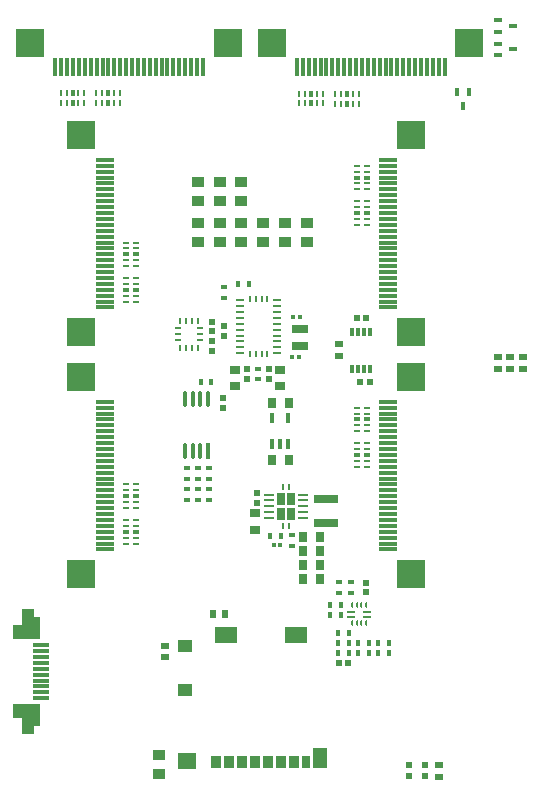
<source format=gbp>
G04*
G04 #@! TF.GenerationSoftware,Altium Limited,Altium Designer,22.3.1 (43)*
G04*
G04 Layer_Color=128*
%FSLAX44Y44*%
%MOMM*%
G71*
G04*
G04 #@! TF.SameCoordinates,1EA146FA-79B1-4300-8D41-9773874625C2*
G04*
G04*
G04 #@! TF.FilePolarity,Positive*
G04*
G01*
G75*
%ADD23R,0.4500X0.5500*%
G04:AMPARAMS|DCode=27|XSize=0.2mm|YSize=0.565mm|CornerRadius=0.05mm|HoleSize=0mm|Usage=FLASHONLY|Rotation=0.000|XOffset=0mm|YOffset=0mm|HoleType=Round|Shape=RoundedRectangle|*
%AMROUNDEDRECTD27*
21,1,0.2000,0.4650,0,0,0.0*
21,1,0.1000,0.5650,0,0,0.0*
1,1,0.1000,0.0500,-0.2325*
1,1,0.1000,-0.0500,-0.2325*
1,1,0.1000,-0.0500,0.2325*
1,1,0.1000,0.0500,0.2325*
%
%ADD27ROUNDEDRECTD27*%
G04:AMPARAMS|DCode=28|XSize=0.4mm|YSize=0.565mm|CornerRadius=0.05mm|HoleSize=0mm|Usage=FLASHONLY|Rotation=0.000|XOffset=0mm|YOffset=0mm|HoleType=Round|Shape=RoundedRectangle|*
%AMROUNDEDRECTD28*
21,1,0.4000,0.4650,0,0,0.0*
21,1,0.3000,0.5650,0,0,0.0*
1,1,0.1000,0.1500,-0.2325*
1,1,0.1000,-0.1500,-0.2325*
1,1,0.1000,-0.1500,0.2325*
1,1,0.1000,0.1500,0.2325*
%
%ADD28ROUNDEDRECTD28*%
%ADD34R,0.6500X0.5500*%
%ADD35R,0.6200X0.6200*%
%ADD39R,0.5500X0.4500*%
%ADD40R,0.9000X0.7000*%
%ADD43R,1.0000X0.9000*%
%ADD96R,0.3000X1.6000*%
%ADD97R,2.4000X2.4000*%
%ADD98R,2.4000X2.4000*%
%ADD99R,0.7100X0.3000*%
%ADD101R,0.5200X0.5200*%
%ADD102R,0.3600X0.3200*%
%ADD103R,0.7000X0.9000*%
%ADD104R,0.5200X0.5200*%
%ADD105R,2.0000X0.8000*%
%ADD110R,1.0000X1.0000*%
%ADD111R,1.4050X0.3050*%
%ADD112R,0.3000X0.7100*%
%ADD113R,1.4000X0.7500*%
G04:AMPARAMS|DCode=114|XSize=0.2mm|YSize=0.5mm|CornerRadius=0.05mm|HoleSize=0mm|Usage=FLASHONLY|Rotation=180.000|XOffset=0mm|YOffset=0mm|HoleType=Round|Shape=RoundedRectangle|*
%AMROUNDEDRECTD114*
21,1,0.2000,0.4000,0,0,180.0*
21,1,0.1000,0.5000,0,0,180.0*
1,1,0.1000,-0.0500,0.2000*
1,1,0.1000,0.0500,0.2000*
1,1,0.1000,0.0500,-0.2000*
1,1,0.1000,-0.0500,-0.2000*
%
%ADD114ROUNDEDRECTD114*%
G04:AMPARAMS|DCode=115|XSize=0.2mm|YSize=0.7mm|CornerRadius=0.05mm|HoleSize=0mm|Usage=FLASHONLY|Rotation=270.000|XOffset=0mm|YOffset=0mm|HoleType=Round|Shape=RoundedRectangle|*
%AMROUNDEDRECTD115*
21,1,0.2000,0.6000,0,0,270.0*
21,1,0.1000,0.7000,0,0,270.0*
1,1,0.1000,-0.3000,-0.0500*
1,1,0.1000,-0.3000,0.0500*
1,1,0.1000,0.3000,0.0500*
1,1,0.1000,0.3000,-0.0500*
%
%ADD115ROUNDEDRECTD115*%
%ADD116R,0.3000X0.8000*%
%ADD117R,0.4750X0.2500*%
%ADD118R,0.2500X0.4750*%
%ADD119O,0.3500X1.4000*%
%ADD120R,0.3500X1.4000*%
%ADD121R,0.6750X0.2500*%
%ADD122R,0.2500X0.5750*%
%ADD123R,0.5500X0.6500*%
%ADD124R,1.5500X1.3500*%
%ADD125R,1.1700X1.8000*%
%ADD126R,1.9000X1.3500*%
%ADD127R,1.2000X1.0000*%
%ADD128R,0.8500X1.1000*%
%ADD129R,0.8750X1.1000*%
%ADD130R,0.7500X1.1000*%
G04:AMPARAMS|DCode=131|XSize=0.2mm|YSize=0.565mm|CornerRadius=0.05mm|HoleSize=0mm|Usage=FLASHONLY|Rotation=270.000|XOffset=0mm|YOffset=0mm|HoleType=Round|Shape=RoundedRectangle|*
%AMROUNDEDRECTD131*
21,1,0.2000,0.4650,0,0,270.0*
21,1,0.1000,0.5650,0,0,270.0*
1,1,0.1000,-0.2325,-0.0500*
1,1,0.1000,-0.2325,0.0500*
1,1,0.1000,0.2325,0.0500*
1,1,0.1000,0.2325,-0.0500*
%
%ADD131ROUNDEDRECTD131*%
G04:AMPARAMS|DCode=132|XSize=0.4mm|YSize=0.565mm|CornerRadius=0.05mm|HoleSize=0mm|Usage=FLASHONLY|Rotation=270.000|XOffset=0mm|YOffset=0mm|HoleType=Round|Shape=RoundedRectangle|*
%AMROUNDEDRECTD132*
21,1,0.4000,0.4650,0,0,270.0*
21,1,0.3000,0.5650,0,0,270.0*
1,1,0.1000,-0.2325,-0.1500*
1,1,0.1000,-0.2325,0.1500*
1,1,0.1000,0.2325,0.1500*
1,1,0.1000,0.2325,-0.1500*
%
%ADD132ROUNDEDRECTD132*%
%ADD133R,2.4000X2.4000*%
%ADD134R,2.4000X2.4000*%
%ADD135R,1.6000X0.3000*%
%ADD136R,2.3000X1.2500*%
%ADD137R,1.1000X2.6500*%
%ADD138R,1.6000X1.9500*%
%ADD139R,1.6000X1.9500*%
%ADD140R,1.1000X2.6500*%
%ADD185R,0.6800X1.0500*%
%ADD186R,0.2600X0.5000*%
G04:AMPARAMS|DCode=187|XSize=0.23mm|YSize=0.8mm|CornerRadius=0.0254mm|HoleSize=0mm|Usage=FLASHONLY|Rotation=270.000|XOffset=0mm|YOffset=0mm|HoleType=Round|Shape=RoundedRectangle|*
%AMROUNDEDRECTD187*
21,1,0.2300,0.7492,0,0,270.0*
21,1,0.1792,0.8000,0,0,270.0*
1,1,0.0508,-0.3746,-0.0896*
1,1,0.0508,-0.3746,0.0896*
1,1,0.0508,0.3746,0.0896*
1,1,0.0508,0.3746,-0.0896*
%
%ADD187ROUNDEDRECTD187*%
%ADD188R,0.3500X0.8500*%
D23*
X220000Y356500D02*
D03*
X211000D02*
D03*
X242500Y439000D02*
D03*
X251500D02*
D03*
X336501Y135500D02*
D03*
X327501D02*
D03*
X336501Y127000D02*
D03*
X327501D02*
D03*
X370500Y135500D02*
D03*
X361500D02*
D03*
X344500D02*
D03*
X353500D02*
D03*
X370500Y127000D02*
D03*
X361500D02*
D03*
X344500D02*
D03*
X353500D02*
D03*
X336500Y144000D02*
D03*
X327500D02*
D03*
X329500Y158500D02*
D03*
X320500D02*
D03*
X329500Y167500D02*
D03*
X320500D02*
D03*
X270000Y226000D02*
D03*
X279000D02*
D03*
D27*
X142478Y592216D02*
D03*
X137478D02*
D03*
X127478D02*
D03*
X122478D02*
D03*
Y600566D02*
D03*
X127478D02*
D03*
X137478D02*
D03*
X142478D02*
D03*
X112478Y592216D02*
D03*
X107478D02*
D03*
X97478D02*
D03*
X92478D02*
D03*
Y600566D02*
D03*
X97478D02*
D03*
X107478D02*
D03*
X112478D02*
D03*
X314602Y592017D02*
D03*
X309602D02*
D03*
X299602D02*
D03*
X294602D02*
D03*
Y600367D02*
D03*
X299602D02*
D03*
X309602D02*
D03*
X314602D02*
D03*
X344602Y591807D02*
D03*
X339602D02*
D03*
X329602D02*
D03*
X324602D02*
D03*
Y600157D02*
D03*
X329602D02*
D03*
X339602D02*
D03*
X344602D02*
D03*
D28*
X132478Y592216D02*
D03*
Y600566D02*
D03*
X102478Y592216D02*
D03*
Y600566D02*
D03*
X304602Y592017D02*
D03*
Y600367D02*
D03*
X334602Y591807D02*
D03*
Y600157D02*
D03*
D34*
X483500Y377500D02*
D03*
Y367500D02*
D03*
X473000Y377500D02*
D03*
Y367500D02*
D03*
X462500Y377500D02*
D03*
Y367500D02*
D03*
X413000Y22000D02*
D03*
Y32000D02*
D03*
X328000Y378000D02*
D03*
Y388000D02*
D03*
X181000Y123000D02*
D03*
Y133000D02*
D03*
D35*
X400500Y31500D02*
D03*
Y22500D02*
D03*
X387000Y31500D02*
D03*
Y22500D02*
D03*
D39*
X218000Y283000D02*
D03*
Y274000D02*
D03*
X209000Y283000D02*
D03*
Y274000D02*
D03*
X199500Y283000D02*
D03*
Y274000D02*
D03*
X218000Y265500D02*
D03*
Y256500D02*
D03*
X209000Y265500D02*
D03*
Y256500D02*
D03*
X199500Y265500D02*
D03*
Y256500D02*
D03*
X231000Y436500D02*
D03*
Y427500D02*
D03*
X259500Y367500D02*
D03*
Y358500D02*
D03*
X328000Y177500D02*
D03*
Y186500D02*
D03*
X338000Y177500D02*
D03*
Y186500D02*
D03*
X288000Y226500D02*
D03*
Y217500D02*
D03*
D40*
X240000Y352500D02*
D03*
Y366500D02*
D03*
X278500Y352500D02*
D03*
Y366500D02*
D03*
X257000Y245000D02*
D03*
Y231000D02*
D03*
D43*
X208500Y475000D02*
D03*
Y491000D02*
D03*
X264000Y475000D02*
D03*
Y491000D02*
D03*
X282500Y475000D02*
D03*
Y491000D02*
D03*
X301000Y475000D02*
D03*
Y491000D02*
D03*
X245500Y525500D02*
D03*
Y509500D02*
D03*
X208500Y525500D02*
D03*
Y509500D02*
D03*
X227000Y525500D02*
D03*
Y509500D02*
D03*
X176000Y24000D02*
D03*
Y40000D02*
D03*
X245500Y491000D02*
D03*
Y475000D02*
D03*
X227000Y491000D02*
D03*
Y475000D02*
D03*
D96*
X292500Y623250D02*
D03*
X297500D02*
D03*
X302500D02*
D03*
X307500D02*
D03*
X312500D02*
D03*
X317500D02*
D03*
X322500D02*
D03*
X327500D02*
D03*
X332500D02*
D03*
X337500D02*
D03*
X342500D02*
D03*
X347500D02*
D03*
X352500D02*
D03*
X357500D02*
D03*
X362500D02*
D03*
X367500D02*
D03*
X372500D02*
D03*
X377500D02*
D03*
X382500D02*
D03*
X387500D02*
D03*
X392500D02*
D03*
X397500D02*
D03*
X402500D02*
D03*
X407500D02*
D03*
X412500D02*
D03*
X417500D02*
D03*
X212870D02*
D03*
X207870D02*
D03*
X202870D02*
D03*
X197870D02*
D03*
X192870D02*
D03*
X187870D02*
D03*
X182870D02*
D03*
X177870D02*
D03*
X172870D02*
D03*
X167870D02*
D03*
X162870D02*
D03*
X157870D02*
D03*
X152870D02*
D03*
X147870D02*
D03*
X142870D02*
D03*
X137870D02*
D03*
X132870D02*
D03*
X127870D02*
D03*
X122870D02*
D03*
X117870D02*
D03*
X112870D02*
D03*
X107870D02*
D03*
X102870D02*
D03*
X97870D02*
D03*
X92870D02*
D03*
X87870D02*
D03*
D97*
X271500Y643250D02*
D03*
X66870D02*
D03*
D98*
X438500D02*
D03*
X233870D02*
D03*
D99*
X475308Y637762D02*
D03*
X463108Y642762D02*
D03*
Y632762D02*
D03*
Y652262D02*
D03*
Y662262D02*
D03*
X475308Y657262D02*
D03*
D101*
X229500Y342500D02*
D03*
Y334500D02*
D03*
X220500Y407000D02*
D03*
Y399000D02*
D03*
Y382500D02*
D03*
Y390500D02*
D03*
X231000Y403500D02*
D03*
Y395500D02*
D03*
X268500Y367000D02*
D03*
Y359000D02*
D03*
X250500Y367000D02*
D03*
Y359000D02*
D03*
X351000Y186000D02*
D03*
Y178000D02*
D03*
X259000Y262000D02*
D03*
Y254000D02*
D03*
D102*
X288700Y377000D02*
D03*
X294300D02*
D03*
X289200Y411000D02*
D03*
X294800D02*
D03*
X272700Y218000D02*
D03*
X278300D02*
D03*
D103*
X285500Y338500D02*
D03*
X271500D02*
D03*
X285500Y290000D02*
D03*
X271500D02*
D03*
X312000Y189000D02*
D03*
X298000D02*
D03*
X312000Y225000D02*
D03*
X298000D02*
D03*
X311938Y201180D02*
D03*
X297938D02*
D03*
X312000Y213000D02*
D03*
X298000D02*
D03*
D104*
X328000Y118500D02*
D03*
X336000D02*
D03*
X351000Y410000D02*
D03*
X343000D02*
D03*
X346000Y356000D02*
D03*
X354000D02*
D03*
D105*
X316880Y236753D02*
D03*
Y256753D02*
D03*
D110*
X66055Y148075D02*
D03*
X66135Y73925D02*
D03*
D111*
X75945Y133415D02*
D03*
Y128415D02*
D03*
Y123415D02*
D03*
Y118415D02*
D03*
Y113415D02*
D03*
Y108415D02*
D03*
Y103415D02*
D03*
Y98415D02*
D03*
Y93415D02*
D03*
Y88415D02*
D03*
D03*
D112*
X433000Y589892D02*
D03*
X438000Y602092D02*
D03*
X428000D02*
D03*
D113*
X295000Y401300D02*
D03*
Y386700D02*
D03*
D114*
X351000Y167001D02*
D03*
X347000D02*
D03*
X343000D02*
D03*
X339000D02*
D03*
Y152001D02*
D03*
X343000D02*
D03*
X347000D02*
D03*
X351000D02*
D03*
D115*
X338500Y161500D02*
D03*
Y157500D02*
D03*
X351500D02*
D03*
Y161500D02*
D03*
D116*
X339500Y398500D02*
D03*
X344500D02*
D03*
X349500D02*
D03*
X354500D02*
D03*
X339500Y367500D02*
D03*
X344500D02*
D03*
X349500D02*
D03*
X354500D02*
D03*
D117*
X210125Y391625D02*
D03*
Y401625D02*
D03*
Y396625D02*
D03*
X191875Y391625D02*
D03*
Y401625D02*
D03*
Y396625D02*
D03*
D118*
X193500Y385000D02*
D03*
X208500D02*
D03*
X203500D02*
D03*
X198500D02*
D03*
X193500Y408250D02*
D03*
X208500D02*
D03*
X203500D02*
D03*
X198500D02*
D03*
D119*
X197750Y342000D02*
D03*
X204250D02*
D03*
X217250D02*
D03*
X210750D02*
D03*
X197750Y298000D02*
D03*
X204250D02*
D03*
X210750D02*
D03*
D120*
X217250D02*
D03*
D121*
X275625Y380500D02*
D03*
Y425500D02*
D03*
Y420500D02*
D03*
Y415500D02*
D03*
Y410500D02*
D03*
Y405500D02*
D03*
Y400500D02*
D03*
Y395500D02*
D03*
Y390500D02*
D03*
Y385500D02*
D03*
X244375Y380500D02*
D03*
Y385500D02*
D03*
Y390500D02*
D03*
Y395500D02*
D03*
Y400500D02*
D03*
Y405500D02*
D03*
Y410500D02*
D03*
Y415500D02*
D03*
Y420500D02*
D03*
Y425500D02*
D03*
D122*
X252500Y426125D02*
D03*
X257500D02*
D03*
X262500D02*
D03*
X267500D02*
D03*
Y379875D02*
D03*
X262500D02*
D03*
X257500D02*
D03*
X252500D02*
D03*
D123*
X221764Y159923D02*
D03*
X231764D02*
D03*
D124*
X199099Y35339D02*
D03*
D125*
X312299Y37589D02*
D03*
D126*
X232349Y142339D02*
D03*
X292049D02*
D03*
D127*
X197349Y132589D02*
D03*
Y95589D02*
D03*
D128*
X223699Y34089D02*
D03*
X245699D02*
D03*
X256699D02*
D03*
X267699D02*
D03*
X278699D02*
D03*
X289699D02*
D03*
D129*
X234699D02*
D03*
D130*
X300199D02*
D03*
D131*
X156126Y269448D02*
D03*
Y264448D02*
D03*
Y254448D02*
D03*
Y249448D02*
D03*
X147776D02*
D03*
Y254448D02*
D03*
Y264448D02*
D03*
Y269448D02*
D03*
X343116Y519298D02*
D03*
Y524298D02*
D03*
Y534298D02*
D03*
Y539298D02*
D03*
X351466D02*
D03*
Y534298D02*
D03*
Y524298D02*
D03*
Y519298D02*
D03*
X343037Y489298D02*
D03*
Y494298D02*
D03*
Y504298D02*
D03*
Y509298D02*
D03*
X351387D02*
D03*
Y504298D02*
D03*
Y494298D02*
D03*
Y489298D02*
D03*
X343133Y314447D02*
D03*
Y319447D02*
D03*
Y329448D02*
D03*
Y334448D02*
D03*
X351483D02*
D03*
Y329448D02*
D03*
Y319447D02*
D03*
Y314447D02*
D03*
X343133Y284448D02*
D03*
Y289448D02*
D03*
Y299448D02*
D03*
Y304448D02*
D03*
X351483D02*
D03*
Y299448D02*
D03*
Y289448D02*
D03*
Y284448D02*
D03*
X156016Y444298D02*
D03*
Y439298D02*
D03*
Y429298D02*
D03*
Y424298D02*
D03*
X147666D02*
D03*
Y429298D02*
D03*
Y439298D02*
D03*
Y444298D02*
D03*
X156016Y474298D02*
D03*
Y469298D02*
D03*
Y459298D02*
D03*
Y454298D02*
D03*
X147666D02*
D03*
Y459298D02*
D03*
Y469298D02*
D03*
Y474298D02*
D03*
X156126Y239448D02*
D03*
Y234448D02*
D03*
Y224448D02*
D03*
Y219448D02*
D03*
X147776D02*
D03*
Y224448D02*
D03*
Y234448D02*
D03*
Y239448D02*
D03*
D132*
X156126Y259448D02*
D03*
X147776D02*
D03*
X343116Y529298D02*
D03*
X351466D02*
D03*
X343037Y499298D02*
D03*
X351387D02*
D03*
X343133Y324448D02*
D03*
X351483D02*
D03*
X343133Y294448D02*
D03*
X351483D02*
D03*
X156016Y434298D02*
D03*
X147666D02*
D03*
X156016Y464298D02*
D03*
X147666D02*
D03*
X156126Y229448D02*
D03*
X147776D02*
D03*
D133*
X109602Y565298D02*
D03*
X389363Y398298D02*
D03*
Y193448D02*
D03*
X109602Y360448D02*
D03*
D134*
Y398298D02*
D03*
X389363Y565298D02*
D03*
Y360448D02*
D03*
X109602Y193448D02*
D03*
D135*
X129602Y544298D02*
D03*
Y539298D02*
D03*
Y534298D02*
D03*
Y529298D02*
D03*
Y524298D02*
D03*
Y519298D02*
D03*
Y514298D02*
D03*
Y509298D02*
D03*
Y504298D02*
D03*
Y499298D02*
D03*
Y494298D02*
D03*
Y489298D02*
D03*
Y484298D02*
D03*
Y479298D02*
D03*
Y474298D02*
D03*
Y469298D02*
D03*
Y464298D02*
D03*
Y459298D02*
D03*
Y454298D02*
D03*
Y449298D02*
D03*
Y444298D02*
D03*
Y439298D02*
D03*
Y434298D02*
D03*
Y429298D02*
D03*
Y424298D02*
D03*
Y419298D02*
D03*
X369363D02*
D03*
Y424298D02*
D03*
Y429298D02*
D03*
Y434298D02*
D03*
Y439298D02*
D03*
Y444298D02*
D03*
Y449298D02*
D03*
Y454298D02*
D03*
Y459298D02*
D03*
Y464298D02*
D03*
Y469298D02*
D03*
Y474298D02*
D03*
Y479298D02*
D03*
Y484298D02*
D03*
Y489298D02*
D03*
Y494298D02*
D03*
Y499298D02*
D03*
Y504298D02*
D03*
Y509298D02*
D03*
Y514298D02*
D03*
Y519298D02*
D03*
Y524298D02*
D03*
Y529298D02*
D03*
Y534298D02*
D03*
Y539298D02*
D03*
Y544298D02*
D03*
Y214448D02*
D03*
Y219448D02*
D03*
Y224448D02*
D03*
Y229448D02*
D03*
Y234448D02*
D03*
Y239448D02*
D03*
Y244448D02*
D03*
Y249448D02*
D03*
Y254448D02*
D03*
Y259448D02*
D03*
Y264448D02*
D03*
Y269448D02*
D03*
Y274448D02*
D03*
Y279448D02*
D03*
Y284448D02*
D03*
Y289448D02*
D03*
Y294448D02*
D03*
Y299448D02*
D03*
Y304448D02*
D03*
Y309448D02*
D03*
Y314448D02*
D03*
Y319447D02*
D03*
Y324448D02*
D03*
Y329448D02*
D03*
Y334448D02*
D03*
Y339448D02*
D03*
X129602D02*
D03*
Y334448D02*
D03*
Y329448D02*
D03*
Y324448D02*
D03*
Y319448D02*
D03*
Y314448D02*
D03*
Y309448D02*
D03*
Y304448D02*
D03*
Y299448D02*
D03*
Y294448D02*
D03*
Y289448D02*
D03*
Y284448D02*
D03*
Y279448D02*
D03*
Y274448D02*
D03*
Y269448D02*
D03*
Y264448D02*
D03*
Y259448D02*
D03*
Y254448D02*
D03*
Y249448D02*
D03*
Y244448D02*
D03*
Y239448D02*
D03*
Y234448D02*
D03*
Y229448D02*
D03*
Y224448D02*
D03*
Y219448D02*
D03*
Y214448D02*
D03*
D136*
X63452Y144163D02*
D03*
X63447Y77667D02*
D03*
D137*
X64445Y151165D02*
D03*
D138*
X66945Y147665D02*
D03*
D139*
X66945Y74165D02*
D03*
D140*
X64445Y70665D02*
D03*
D185*
X278662Y244523D02*
D03*
X287661D02*
D03*
Y257223D02*
D03*
X278662D02*
D03*
D186*
X280662Y234578D02*
D03*
X285662D02*
D03*
Y267177D02*
D03*
X280662D02*
D03*
D187*
X268412Y240872D02*
D03*
Y245872D02*
D03*
Y250872D02*
D03*
Y255872D02*
D03*
Y260872D02*
D03*
X297912D02*
D03*
Y255872D02*
D03*
Y250872D02*
D03*
Y245872D02*
D03*
Y240872D02*
D03*
D188*
X278000Y303500D02*
D03*
X284500D02*
D03*
Y325500D02*
D03*
X271500Y303500D02*
D03*
Y325500D02*
D03*
M02*

</source>
